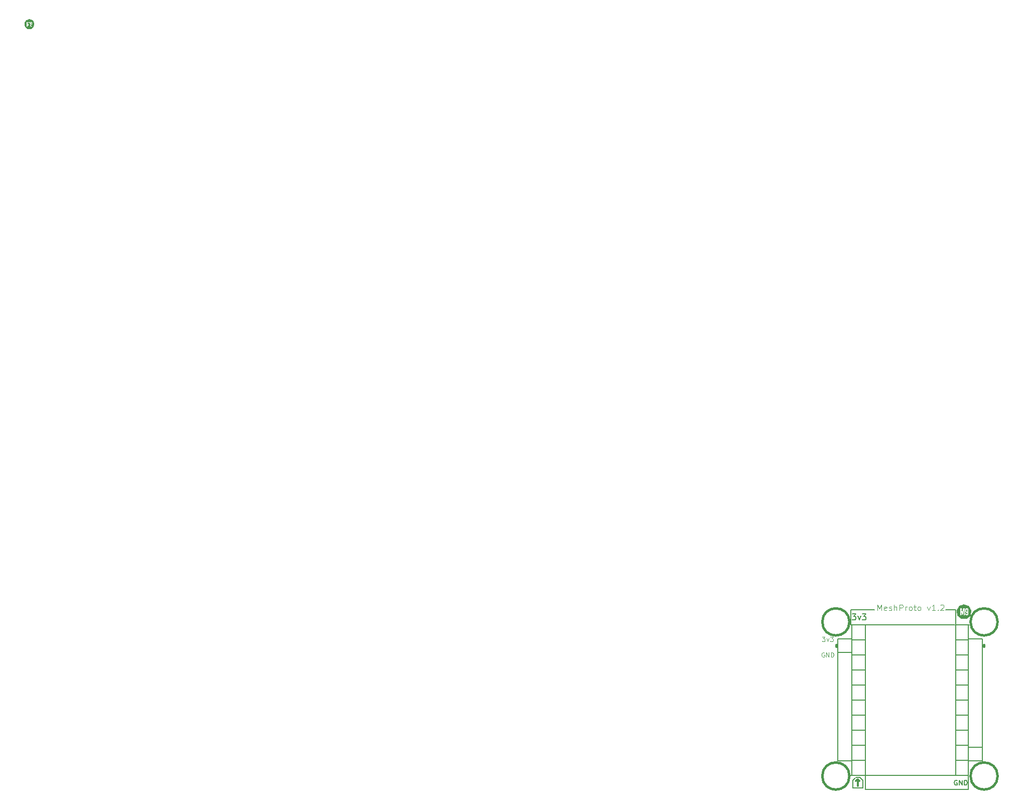
<source format=gto>
%FSLAX34Y34*%
G04 Gerber Fmt 3.4, Leading zero omitted, Abs format*
G04 (created by PCBNEW (2013-12-14 BZR 4555)-product) date Thu 06 Mar 2014 11:08:17 EST*
%MOIN*%
G01*
G70*
G90*
G04 APERTURE LIST*
%ADD10C,0.005906*%
%ADD11C,0.007874*%
%ADD12C,0.006000*%
%ADD13C,0.003937*%
%ADD14C,0.011811*%
%ADD15C,0.000100*%
%ADD16C,0.015000*%
G04 APERTURE END LIST*
G54D10*
G54D11*
X9960Y1048D02*
X9960Y11037D01*
X2216Y11048D02*
X2220Y11048D01*
X2216Y1048D02*
X2216Y11048D01*
X2216Y2029D02*
X2216Y1048D01*
X9110Y12048D02*
X8437Y12048D01*
G54D12*
X9913Y11049D02*
X10027Y11049D01*
G54D13*
X3920Y11999D02*
X3920Y12392D01*
X4051Y12111D01*
X4183Y12392D01*
X4183Y11999D01*
X4520Y12017D02*
X4483Y11999D01*
X4408Y11999D01*
X4370Y12017D01*
X4351Y12055D01*
X4351Y12205D01*
X4370Y12242D01*
X4408Y12261D01*
X4483Y12261D01*
X4520Y12242D01*
X4539Y12205D01*
X4539Y12167D01*
X4351Y12130D01*
X4689Y12017D02*
X4726Y11999D01*
X4801Y11999D01*
X4839Y12017D01*
X4858Y12055D01*
X4858Y12074D01*
X4839Y12111D01*
X4801Y12130D01*
X4745Y12130D01*
X4708Y12149D01*
X4689Y12186D01*
X4689Y12205D01*
X4708Y12242D01*
X4745Y12261D01*
X4801Y12261D01*
X4839Y12242D01*
X5026Y11999D02*
X5026Y12392D01*
X5195Y11999D02*
X5195Y12205D01*
X5176Y12242D01*
X5139Y12261D01*
X5083Y12261D01*
X5045Y12242D01*
X5026Y12224D01*
X5383Y11999D02*
X5383Y12392D01*
X5532Y12392D01*
X5570Y12374D01*
X5589Y12355D01*
X5607Y12317D01*
X5607Y12261D01*
X5589Y12224D01*
X5570Y12205D01*
X5532Y12186D01*
X5383Y12186D01*
X5776Y11999D02*
X5776Y12261D01*
X5776Y12186D02*
X5795Y12224D01*
X5814Y12242D01*
X5851Y12261D01*
X5889Y12261D01*
X6076Y11999D02*
X6039Y12017D01*
X6020Y12036D01*
X6001Y12074D01*
X6001Y12186D01*
X6020Y12224D01*
X6039Y12242D01*
X6076Y12261D01*
X6132Y12261D01*
X6170Y12242D01*
X6189Y12224D01*
X6207Y12186D01*
X6207Y12074D01*
X6189Y12036D01*
X6170Y12017D01*
X6132Y11999D01*
X6076Y11999D01*
X6320Y12261D02*
X6470Y12261D01*
X6376Y12392D02*
X6376Y12055D01*
X6395Y12017D01*
X6432Y11999D01*
X6470Y11999D01*
X6657Y11999D02*
X6620Y12017D01*
X6601Y12036D01*
X6582Y12074D01*
X6582Y12186D01*
X6601Y12224D01*
X6620Y12242D01*
X6657Y12261D01*
X6714Y12261D01*
X6751Y12242D01*
X6770Y12224D01*
X6789Y12186D01*
X6789Y12074D01*
X6770Y12036D01*
X6751Y12017D01*
X6714Y11999D01*
X6657Y11999D01*
X7220Y12261D02*
X7314Y11999D01*
X7407Y12261D01*
X7763Y11999D02*
X7538Y11999D01*
X7651Y11999D02*
X7651Y12392D01*
X7613Y12336D01*
X7576Y12299D01*
X7538Y12280D01*
X7932Y12036D02*
X7951Y12017D01*
X7932Y11999D01*
X7913Y12017D01*
X7932Y12036D01*
X7932Y11999D01*
X8101Y12355D02*
X8120Y12374D01*
X8157Y12392D01*
X8251Y12392D01*
X8288Y12374D01*
X8307Y12355D01*
X8326Y12317D01*
X8326Y12280D01*
X8307Y12224D01*
X8082Y11999D01*
X8326Y11999D01*
G54D14*
X2610Y331D02*
X2610Y781D01*
X2497Y668D02*
X2610Y781D01*
X2722Y668D01*
G54D11*
X2744Y915D02*
X2474Y915D01*
X2274Y715D02*
X2454Y895D01*
X2274Y215D02*
X2274Y715D01*
X2934Y215D02*
X2274Y215D01*
X2934Y725D02*
X2934Y215D01*
X2744Y915D02*
X2934Y725D01*
G54D13*
X385Y9196D02*
X357Y9210D01*
X314Y9210D01*
X272Y9196D01*
X244Y9168D01*
X230Y9140D01*
X216Y9083D01*
X216Y9041D01*
X230Y8985D01*
X244Y8957D01*
X272Y8929D01*
X314Y8915D01*
X343Y8915D01*
X385Y8929D01*
X399Y8943D01*
X399Y9041D01*
X343Y9041D01*
X525Y8915D02*
X525Y9210D01*
X694Y8915D01*
X694Y9210D01*
X835Y8915D02*
X835Y9210D01*
X905Y9210D01*
X947Y9196D01*
X975Y9168D01*
X989Y9140D01*
X1003Y9083D01*
X1003Y9041D01*
X989Y8985D01*
X975Y8957D01*
X947Y8929D01*
X905Y8915D01*
X835Y8915D01*
X235Y10255D02*
X430Y10255D01*
X325Y10135D01*
X370Y10135D01*
X400Y10120D01*
X415Y10105D01*
X430Y10075D01*
X430Y10000D01*
X415Y9970D01*
X400Y9955D01*
X370Y9940D01*
X280Y9940D01*
X250Y9955D01*
X235Y9970D01*
X535Y10150D02*
X610Y9940D01*
X685Y10150D01*
X775Y10255D02*
X970Y10255D01*
X865Y10135D01*
X910Y10135D01*
X940Y10120D01*
X955Y10105D01*
X970Y10075D01*
X970Y10000D01*
X955Y9970D01*
X940Y9955D01*
X910Y9940D01*
X820Y9940D01*
X790Y9955D01*
X775Y9970D01*
G54D10*
X2236Y11764D02*
X2479Y11764D01*
X2348Y11614D01*
X2404Y11614D01*
X2442Y11595D01*
X2461Y11576D01*
X2479Y11539D01*
X2479Y11445D01*
X2461Y11408D01*
X2442Y11389D01*
X2404Y11370D01*
X2292Y11370D01*
X2254Y11389D01*
X2236Y11408D01*
X2610Y11633D02*
X2704Y11370D01*
X2798Y11633D01*
X2910Y11764D02*
X3154Y11764D01*
X3023Y11614D01*
X3079Y11614D01*
X3117Y11595D01*
X3135Y11576D01*
X3154Y11539D01*
X3154Y11445D01*
X3135Y11408D01*
X3117Y11389D01*
X3079Y11370D01*
X2967Y11370D01*
X2929Y11389D01*
X2910Y11408D01*
G54D11*
X3712Y12048D02*
X2160Y12048D01*
X2160Y11048D02*
X2160Y12048D01*
X3106Y1052D02*
X3106Y102D01*
X2310Y1048D02*
X2110Y1048D01*
X2310Y1048D02*
X3160Y1048D01*
X9952Y98D02*
X9109Y98D01*
G54D10*
X9208Y702D02*
X9178Y717D01*
X9133Y717D01*
X9088Y702D01*
X9058Y672D01*
X9043Y642D01*
X9028Y582D01*
X9028Y537D01*
X9043Y477D01*
X9058Y447D01*
X9088Y417D01*
X9133Y402D01*
X9163Y402D01*
X9208Y417D01*
X9223Y432D01*
X9223Y537D01*
X9163Y537D01*
X9358Y402D02*
X9358Y717D01*
X9538Y402D01*
X9538Y717D01*
X9688Y402D02*
X9688Y717D01*
X9763Y717D01*
X9808Y702D01*
X9838Y672D01*
X9853Y642D01*
X9868Y582D01*
X9868Y537D01*
X9853Y477D01*
X9838Y447D01*
X9808Y417D01*
X9763Y402D01*
X9688Y402D01*
G54D11*
X9110Y98D02*
X3110Y98D01*
X9960Y1048D02*
X9960Y98D01*
X3110Y1048D02*
X9952Y1048D01*
X9110Y12048D02*
X9110Y11048D01*
X9060Y11048D02*
X2177Y11048D01*
G54D15*
G36*
X-52074Y51004D02*
X-52075Y50999D01*
X-52076Y50988D01*
X-52079Y50971D01*
X-52082Y50949D01*
X-52086Y50923D01*
X-52091Y50895D01*
X-52092Y50888D01*
X-52112Y50775D01*
X-52198Y50701D01*
X-52212Y50690D01*
X-52212Y50929D01*
X-52212Y50940D01*
X-52212Y50975D01*
X-52212Y51004D01*
X-52213Y51026D01*
X-52214Y51043D01*
X-52216Y51056D01*
X-52219Y51066D01*
X-52223Y51073D01*
X-52229Y51079D01*
X-52236Y51085D01*
X-52239Y51087D01*
X-52248Y51092D01*
X-52256Y51094D01*
X-52267Y51095D01*
X-52282Y51095D01*
X-52284Y51095D01*
X-52300Y51094D01*
X-52310Y51092D01*
X-52317Y51089D01*
X-52323Y51084D01*
X-52328Y51079D01*
X-52337Y51067D01*
X-52343Y51051D01*
X-52347Y51031D01*
X-52349Y51005D01*
X-52350Y50986D01*
X-52349Y50959D01*
X-52344Y50937D01*
X-52337Y50922D01*
X-52327Y50911D01*
X-52322Y50908D01*
X-52307Y50904D01*
X-52291Y50904D01*
X-52276Y50907D01*
X-52267Y50912D01*
X-52263Y50916D01*
X-52261Y50916D01*
X-52260Y50912D01*
X-52259Y50903D01*
X-52259Y50888D01*
X-52259Y50881D01*
X-52260Y50859D01*
X-52262Y50844D01*
X-52266Y50834D01*
X-52273Y50829D01*
X-52281Y50828D01*
X-52291Y50831D01*
X-52297Y50841D01*
X-52299Y50857D01*
X-52299Y50871D01*
X-52320Y50871D01*
X-52342Y50871D01*
X-52342Y50849D01*
X-52339Y50827D01*
X-52332Y50810D01*
X-52321Y50798D01*
X-52307Y50789D01*
X-52289Y50785D01*
X-52269Y50784D01*
X-52250Y50788D01*
X-52236Y50795D01*
X-52230Y50800D01*
X-52224Y50806D01*
X-52220Y50812D01*
X-52217Y50821D01*
X-52215Y50833D01*
X-52213Y50849D01*
X-52213Y50869D01*
X-52212Y50896D01*
X-52212Y50929D01*
X-52212Y50690D01*
X-52285Y50627D01*
X-52377Y50627D01*
X-52377Y50788D01*
X-52377Y50942D01*
X-52377Y51096D01*
X-52410Y51096D01*
X-52443Y51096D01*
X-52458Y51020D01*
X-52462Y50996D01*
X-52467Y50974D01*
X-52471Y50956D01*
X-52473Y50943D01*
X-52475Y50936D01*
X-52475Y50936D01*
X-52476Y50937D01*
X-52479Y50945D01*
X-52482Y50960D01*
X-52487Y50979D01*
X-52492Y51004D01*
X-52493Y51011D01*
X-52510Y51094D01*
X-52542Y51095D01*
X-52574Y51096D01*
X-52574Y50942D01*
X-52574Y50788D01*
X-52552Y50788D01*
X-52531Y50788D01*
X-52530Y50894D01*
X-52530Y50999D01*
X-52519Y50942D01*
X-52514Y50916D01*
X-52509Y50888D01*
X-52504Y50860D01*
X-52500Y50837D01*
X-52499Y50836D01*
X-52491Y50788D01*
X-52476Y50789D01*
X-52462Y50790D01*
X-52443Y50899D01*
X-52423Y51007D01*
X-52422Y50898D01*
X-52421Y50788D01*
X-52399Y50788D01*
X-52377Y50788D01*
X-52377Y50627D01*
X-52402Y50627D01*
X-52518Y50627D01*
X-52602Y50696D01*
X-52624Y50715D01*
X-52645Y50731D01*
X-52662Y50746D01*
X-52676Y50757D01*
X-52686Y50765D01*
X-52689Y50769D01*
X-52690Y50769D01*
X-52691Y50773D01*
X-52694Y50785D01*
X-52697Y50801D01*
X-52702Y50823D01*
X-52707Y50849D01*
X-52712Y50877D01*
X-52713Y50885D01*
X-52734Y50998D01*
X-52678Y51097D01*
X-52663Y51122D01*
X-52650Y51146D01*
X-52638Y51166D01*
X-52628Y51181D01*
X-52621Y51193D01*
X-52617Y51198D01*
X-52617Y51198D01*
X-52612Y51200D01*
X-52600Y51205D01*
X-52584Y51211D01*
X-52563Y51219D01*
X-52538Y51228D01*
X-52512Y51238D01*
X-52508Y51239D01*
X-52405Y51277D01*
X-52297Y51239D01*
X-52189Y51200D01*
X-52132Y51104D01*
X-52118Y51079D01*
X-52104Y51056D01*
X-52093Y51036D01*
X-52084Y51020D01*
X-52078Y51009D01*
X-52075Y51004D01*
X-52074Y51004D01*
X-52074Y51004D01*
X-52074Y51004D01*
G37*
G36*
X-52259Y51000D02*
X-52260Y50979D01*
X-52261Y50965D01*
X-52265Y50956D01*
X-52271Y50952D01*
X-52280Y50950D01*
X-52284Y50950D01*
X-52291Y50951D01*
X-52295Y50956D01*
X-52299Y50964D01*
X-52301Y50983D01*
X-52302Y51004D01*
X-52300Y51024D01*
X-52297Y51036D01*
X-52291Y51048D01*
X-52281Y51052D01*
X-52271Y51049D01*
X-52267Y51046D01*
X-52263Y51042D01*
X-52261Y51036D01*
X-52260Y51026D01*
X-52259Y51011D01*
X-52259Y51000D01*
X-52259Y51000D01*
X-52259Y51000D01*
G37*
G54D16*
X1174Y9608D02*
X1174Y9708D01*
X10974Y9608D02*
X10974Y9708D01*
X2053Y11240D02*
G75*
G03X2053Y11240I-900J0D01*
G74*
G01*
X11896Y11240D02*
G75*
G03X11896Y11240I-900J0D01*
G74*
G01*
X2053Y1003D02*
G75*
G03X2053Y1003I-900J0D01*
G74*
G01*
X11896Y1003D02*
G75*
G03X11896Y1003I-900J0D01*
G74*
G01*
G54D12*
X3110Y1048D02*
X2216Y1048D01*
X2216Y2048D02*
X3110Y2048D01*
X3110Y2048D02*
X3110Y1048D01*
X3110Y2048D02*
X2216Y2048D01*
X2216Y3048D02*
X3110Y3048D01*
X3110Y3048D02*
X3110Y2048D01*
X3110Y3048D02*
X2216Y3048D01*
X2216Y4048D02*
X3110Y4048D01*
X3110Y4048D02*
X3110Y3048D01*
X3110Y4048D02*
X2216Y4048D01*
X2216Y5048D02*
X3110Y5048D01*
X3110Y5048D02*
X3110Y4048D01*
X3110Y5048D02*
X2216Y5048D01*
X2216Y6048D02*
X3110Y6048D01*
X3110Y6048D02*
X3110Y5048D01*
X3110Y6048D02*
X2216Y6048D01*
X2216Y7048D02*
X3110Y7048D01*
X3110Y7048D02*
X3110Y6048D01*
X3110Y7048D02*
X2216Y7048D01*
X2216Y8048D02*
X3110Y8048D01*
X3110Y8048D02*
X3110Y7048D01*
X3110Y8048D02*
X2216Y8048D01*
X2216Y9048D02*
X3110Y9048D01*
X3110Y9048D02*
X3110Y8048D01*
X3110Y9048D02*
X2216Y9048D01*
X2216Y10048D02*
X3110Y10048D01*
X3110Y10048D02*
X3110Y9048D01*
X3110Y10048D02*
X2216Y10048D01*
X2216Y11048D02*
X3110Y11048D01*
X3110Y11048D02*
X3110Y10048D01*
G54D10*
X9110Y2048D02*
X9110Y1048D01*
G54D12*
X9944Y1048D02*
X9110Y1048D01*
X9110Y2048D02*
X9944Y2048D01*
G54D10*
X9110Y3048D02*
X9110Y2048D01*
G54D12*
X9944Y2048D02*
X9110Y2048D01*
X9110Y3048D02*
X9944Y3048D01*
G54D10*
X9110Y4048D02*
X9110Y3048D01*
G54D12*
X9944Y3048D02*
X9110Y3048D01*
X9110Y4048D02*
X9944Y4048D01*
G54D10*
X9110Y5048D02*
X9110Y4048D01*
G54D12*
X9944Y4048D02*
X9110Y4048D01*
X9110Y5048D02*
X9944Y5048D01*
G54D10*
X9110Y6048D02*
X9110Y5048D01*
G54D12*
X9944Y5048D02*
X9110Y5048D01*
X9110Y6048D02*
X9944Y6048D01*
G54D10*
X9110Y7048D02*
X9110Y6048D01*
G54D12*
X9944Y6048D02*
X9110Y6048D01*
X9110Y7048D02*
X9944Y7048D01*
G54D10*
X9110Y8048D02*
X9110Y7048D01*
G54D12*
X9944Y7048D02*
X9110Y7048D01*
X9110Y8048D02*
X9944Y8048D01*
G54D10*
X9110Y11048D02*
X9110Y10048D01*
G54D12*
X9944Y10048D02*
X9110Y10048D01*
X9110Y11048D02*
X9944Y11048D01*
G54D10*
X9110Y9048D02*
X9110Y8048D01*
G54D12*
X9944Y8048D02*
X9110Y8048D01*
X9110Y9048D02*
X9944Y9048D01*
G54D10*
X9110Y10048D02*
X9110Y9048D01*
G54D12*
X9944Y9048D02*
X9110Y9048D01*
X9110Y10048D02*
X9944Y10048D01*
G54D10*
X1271Y9214D02*
X2216Y9214D01*
X2216Y10100D02*
X2216Y2029D01*
X2216Y2029D02*
X1271Y2029D01*
X1271Y2029D02*
X1271Y10100D01*
X1271Y10100D02*
X2216Y10100D01*
X10877Y2915D02*
X9933Y2915D01*
X9933Y2029D02*
X9933Y10100D01*
X9933Y10100D02*
X10877Y10100D01*
X10877Y10100D02*
X10877Y2029D01*
X10877Y2029D02*
X9933Y2029D01*
G54D15*
G36*
X10155Y12007D02*
X10154Y12000D01*
X10152Y11983D01*
X10148Y11957D01*
X10143Y11924D01*
X10137Y11886D01*
X10130Y11843D01*
X10128Y11833D01*
X10099Y11664D01*
X9969Y11553D01*
X9949Y11535D01*
X9949Y11894D01*
X9949Y11911D01*
X9949Y11964D01*
X9948Y12007D01*
X9947Y12040D01*
X9945Y12066D01*
X9942Y12085D01*
X9937Y12099D01*
X9932Y12111D01*
X9923Y12120D01*
X9913Y12128D01*
X9907Y12131D01*
X9895Y12138D01*
X9883Y12143D01*
X9867Y12144D01*
X9843Y12144D01*
X9841Y12143D01*
X9816Y12142D01*
X9802Y12140D01*
X9791Y12135D01*
X9782Y12127D01*
X9774Y12120D01*
X9761Y12101D01*
X9751Y12078D01*
X9746Y12047D01*
X9743Y12009D01*
X9742Y11980D01*
X9744Y11939D01*
X9750Y11907D01*
X9761Y11884D01*
X9776Y11868D01*
X9784Y11863D01*
X9806Y11857D01*
X9831Y11857D01*
X9853Y11862D01*
X9866Y11870D01*
X9871Y11874D01*
X9875Y11874D01*
X9877Y11869D01*
X9878Y11856D01*
X9878Y11833D01*
X9878Y11822D01*
X9877Y11789D01*
X9874Y11766D01*
X9867Y11752D01*
X9857Y11745D01*
X9845Y11743D01*
X9831Y11748D01*
X9822Y11763D01*
X9819Y11786D01*
X9819Y11808D01*
X9786Y11808D01*
X9754Y11808D01*
X9754Y11775D01*
X9757Y11742D01*
X9768Y11716D01*
X9784Y11697D01*
X9806Y11684D01*
X9833Y11678D01*
X9863Y11677D01*
X9891Y11683D01*
X9912Y11694D01*
X9922Y11701D01*
X9930Y11710D01*
X9936Y11720D01*
X9941Y11733D01*
X9945Y11750D01*
X9946Y11774D01*
X9947Y11805D01*
X9949Y11844D01*
X9949Y11894D01*
X9949Y11535D01*
X9839Y11442D01*
X9701Y11442D01*
X9701Y11684D01*
X9701Y11914D01*
X9701Y12144D01*
X9651Y12144D01*
X9601Y12144D01*
X9580Y12030D01*
X9573Y11995D01*
X9566Y11962D01*
X9561Y11935D01*
X9557Y11916D01*
X9554Y11906D01*
X9554Y11905D01*
X9552Y11907D01*
X9548Y11919D01*
X9543Y11941D01*
X9536Y11970D01*
X9528Y12007D01*
X9526Y12017D01*
X9502Y12141D01*
X9454Y12143D01*
X9405Y12145D01*
X9405Y11914D01*
X9405Y11684D01*
X9438Y11684D01*
X9470Y11684D01*
X9471Y11841D01*
X9471Y12000D01*
X9487Y11914D01*
X9495Y11875D01*
X9503Y11833D01*
X9510Y11791D01*
X9517Y11756D01*
X9518Y11756D01*
X9531Y11683D01*
X9552Y11685D01*
X9573Y11687D01*
X9603Y11849D01*
X9633Y12011D01*
X9634Y11847D01*
X9636Y11684D01*
X9668Y11684D01*
X9701Y11684D01*
X9701Y11442D01*
X9664Y11442D01*
X9489Y11442D01*
X9363Y11545D01*
X9330Y11573D01*
X9300Y11598D01*
X9274Y11620D01*
X9253Y11637D01*
X9238Y11649D01*
X9232Y11654D01*
X9232Y11654D01*
X9230Y11661D01*
X9226Y11678D01*
X9221Y11703D01*
X9213Y11736D01*
X9206Y11775D01*
X9198Y11817D01*
X9196Y11828D01*
X9165Y11998D01*
X9249Y12147D01*
X9271Y12184D01*
X9291Y12219D01*
X9310Y12249D01*
X9324Y12273D01*
X9335Y12290D01*
X9341Y12298D01*
X9342Y12298D01*
X9349Y12301D01*
X9366Y12308D01*
X9391Y12317D01*
X9422Y12330D01*
X9459Y12343D01*
X9499Y12358D01*
X9504Y12360D01*
X9659Y12417D01*
X9821Y12359D01*
X9983Y12301D01*
X10068Y12157D01*
X10090Y12120D01*
X10110Y12085D01*
X10127Y12055D01*
X10141Y12032D01*
X10150Y12015D01*
X10154Y12007D01*
X10155Y12007D01*
X10155Y12007D01*
X10155Y12007D01*
G37*
G36*
X9878Y12001D02*
X9877Y11970D01*
X9875Y11949D01*
X9869Y11935D01*
X9860Y11929D01*
X9846Y11926D01*
X9841Y11926D01*
X9830Y11928D01*
X9823Y11935D01*
X9819Y11948D01*
X9815Y11975D01*
X9813Y12007D01*
X9816Y12037D01*
X9821Y12056D01*
X9831Y12072D01*
X9845Y12079D01*
X9861Y12075D01*
X9867Y12070D01*
X9872Y12064D01*
X9875Y12055D01*
X9877Y12040D01*
X9878Y12018D01*
X9878Y12001D01*
X9878Y12001D01*
X9878Y12001D01*
G37*
M02*

</source>
